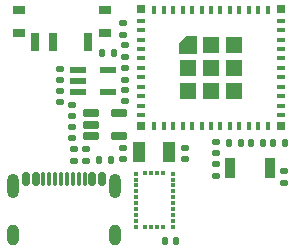
<source format=gtp>
G04 #@! TF.GenerationSoftware,KiCad,Pcbnew,8.0.2*
G04 #@! TF.CreationDate,2024-05-27T23:46:40-07:00*
G04 #@! TF.ProjectId,uSlime,75536c69-6d65-42e6-9b69-6361645f7063,rev?*
G04 #@! TF.SameCoordinates,Original*
G04 #@! TF.FileFunction,Paste,Top*
G04 #@! TF.FilePolarity,Positive*
%FSLAX46Y46*%
G04 Gerber Fmt 4.6, Leading zero omitted, Abs format (unit mm)*
G04 Created by KiCad (PCBNEW 8.0.2) date 2024-05-27 23:46:40*
%MOMM*%
%LPD*%
G01*
G04 APERTURE LIST*
G04 Aperture macros list*
%AMRoundRect*
0 Rectangle with rounded corners*
0 $1 Rounding radius*
0 $2 $3 $4 $5 $6 $7 $8 $9 X,Y pos of 4 corners*
0 Add a 4 corners polygon primitive as box body*
4,1,4,$2,$3,$4,$5,$6,$7,$8,$9,$2,$3,0*
0 Add four circle primitives for the rounded corners*
1,1,$1+$1,$2,$3*
1,1,$1+$1,$4,$5*
1,1,$1+$1,$6,$7*
1,1,$1+$1,$8,$9*
0 Add four rect primitives between the rounded corners*
20,1,$1+$1,$2,$3,$4,$5,0*
20,1,$1+$1,$4,$5,$6,$7,0*
20,1,$1+$1,$6,$7,$8,$9,0*
20,1,$1+$1,$8,$9,$2,$3,0*%
%AMFreePoly0*
4,1,6,0.725000,-0.725000,-0.725000,-0.725000,-0.725000,0.125000,-0.125000,0.725000,0.725000,0.725000,0.725000,-0.725000,0.725000,-0.725000,$1*%
G04 Aperture macros list end*
%ADD10RoundRect,0.147500X0.172500X-0.147500X0.172500X0.147500X-0.172500X0.147500X-0.172500X-0.147500X0*%
%ADD11R,1.050000X1.700000*%
%ADD12RoundRect,0.140000X0.170000X-0.140000X0.170000X0.140000X-0.170000X0.140000X-0.170000X-0.140000X0*%
%ADD13RoundRect,0.135000X0.185000X-0.135000X0.185000X0.135000X-0.185000X0.135000X-0.185000X-0.135000X0*%
%ADD14RoundRect,0.140000X-0.170000X0.140000X-0.170000X-0.140000X0.170000X-0.140000X0.170000X0.140000X0*%
%ADD15RoundRect,0.135000X-0.185000X0.135000X-0.185000X-0.135000X0.185000X-0.135000X0.185000X0.135000X0*%
%ADD16RoundRect,0.150000X-0.150000X-0.425000X0.150000X-0.425000X0.150000X0.425000X-0.150000X0.425000X0*%
%ADD17RoundRect,0.075000X-0.075000X-0.500000X0.075000X-0.500000X0.075000X0.500000X-0.075000X0.500000X0*%
%ADD18O,1.000000X2.100000*%
%ADD19O,1.000000X1.800000*%
%ADD20RoundRect,0.135000X-0.135000X-0.185000X0.135000X-0.185000X0.135000X0.185000X-0.135000X0.185000X0*%
%ADD21RoundRect,0.135000X0.135000X0.185000X-0.135000X0.185000X-0.135000X-0.185000X0.135000X-0.185000X0*%
%ADD22R,0.431800X0.304800*%
%ADD23R,0.304800X0.431800*%
%ADD24RoundRect,0.147500X0.147500X0.172500X-0.147500X0.172500X-0.147500X-0.172500X0.147500X-0.172500X0*%
%ADD25RoundRect,0.140000X0.140000X0.170000X-0.140000X0.170000X-0.140000X-0.170000X0.140000X-0.170000X0*%
%ADD26R,1.320800X0.508000*%
%ADD27R,0.800000X0.400000*%
%ADD28R,0.400000X0.800000*%
%ADD29FreePoly0,0.000000*%
%ADD30R,1.450000X1.450000*%
%ADD31R,0.700000X0.700000*%
%ADD32R,0.700000X1.500000*%
%ADD33R,1.000000X0.800000*%
%ADD34R,0.900000X1.700000*%
%ADD35RoundRect,0.045000X-0.630000X0.255000X-0.630000X-0.255000X0.630000X-0.255000X0.630000X0.255000X0*%
%ADD36RoundRect,0.147500X-0.172500X0.147500X-0.172500X-0.147500X0.172500X-0.147500X0.172500X0.147500X0*%
G04 APERTURE END LIST*
D10*
X106850000Y-99235000D03*
X106850000Y-98265000D03*
D11*
X112525000Y-102300000D03*
X115075000Y-102300000D03*
D12*
X119000000Y-102380000D03*
X119000000Y-101420000D03*
D13*
X111300000Y-94260000D03*
X111300000Y-93240000D03*
D14*
X105800000Y-95220000D03*
X105800000Y-96180000D03*
D12*
X111150000Y-92330000D03*
X111150000Y-91370000D03*
X111162500Y-102860000D03*
X111162500Y-101900000D03*
D15*
X119000000Y-103290000D03*
X119000000Y-104310000D03*
D14*
X106850000Y-100120000D03*
X106850000Y-101080000D03*
D16*
X102950000Y-104570000D03*
X103750000Y-104570000D03*
D17*
X104900000Y-104570000D03*
X105900000Y-104570000D03*
X106400000Y-104570000D03*
X107400000Y-104570000D03*
D16*
X108550000Y-104570000D03*
X109350000Y-104570000D03*
X109350000Y-104570000D03*
X108550000Y-104570000D03*
D17*
X107900000Y-104570000D03*
X106900000Y-104570000D03*
X105400000Y-104570000D03*
X104400000Y-104570000D03*
D16*
X103750000Y-104570000D03*
X102950000Y-104570000D03*
D18*
X101830000Y-105145000D03*
D19*
X101830000Y-109325000D03*
D18*
X110470000Y-105145000D03*
D19*
X110470000Y-109325000D03*
D15*
X108000000Y-101990000D03*
X108000000Y-103010000D03*
D10*
X105800000Y-98035000D03*
X105800000Y-97065000D03*
D12*
X111300000Y-97980000D03*
X111300000Y-97020000D03*
D20*
X109090000Y-102950000D03*
X110110000Y-102950000D03*
D21*
X110360000Y-93900000D03*
X109340000Y-93900000D03*
D22*
X112212500Y-104099999D03*
X112212500Y-104600001D03*
X112212500Y-105100000D03*
X112212500Y-105599999D03*
X112212500Y-106100000D03*
X112212500Y-106600000D03*
X112212500Y-107100001D03*
X112212500Y-107600000D03*
X112212500Y-108099999D03*
X112212500Y-108600001D03*
D23*
X113049999Y-108636000D03*
X113550000Y-108636000D03*
X114050000Y-108636000D03*
X114550001Y-108636000D03*
D22*
X115387500Y-108600001D03*
X115387500Y-108099999D03*
X115387500Y-107600000D03*
X115387500Y-107100001D03*
X115387500Y-106600000D03*
X115387500Y-106100000D03*
X115387500Y-105599999D03*
X115387500Y-105100000D03*
X115387500Y-104600001D03*
X115387500Y-104099999D03*
D23*
X114550001Y-104064000D03*
X114050000Y-104064000D03*
X113550000Y-104064000D03*
X113049999Y-104064000D03*
D24*
X122967500Y-101500000D03*
X121997500Y-101500000D03*
D25*
X115630000Y-109800000D03*
X114670000Y-109800000D03*
D21*
X124892500Y-101500000D03*
X123872500Y-101500000D03*
D15*
X124800000Y-103840000D03*
X124800000Y-104860000D03*
D25*
X121097500Y-101500000D03*
X120137500Y-101500000D03*
D15*
X107000000Y-101990000D03*
X107000000Y-103010000D03*
D26*
X107304600Y-95299999D03*
X107304600Y-96250000D03*
X107304600Y-97200001D03*
X109895400Y-97200001D03*
X109895400Y-95299999D03*
D27*
X112700000Y-91150000D03*
X112700000Y-91950000D03*
X112700000Y-92750000D03*
X112700000Y-93550000D03*
X112700000Y-94350000D03*
X112700000Y-95150000D03*
X112700000Y-95950000D03*
X112700000Y-96750000D03*
X112700000Y-97550000D03*
X112700000Y-98350000D03*
X112700000Y-99150000D03*
D28*
X113800000Y-100050000D03*
X114600000Y-100050000D03*
X115400000Y-100050000D03*
X116200000Y-100050000D03*
X117000000Y-100050000D03*
X117800000Y-100050000D03*
X118600000Y-100050000D03*
X119400000Y-100050000D03*
X120200000Y-100050000D03*
X121000000Y-100050000D03*
X121800000Y-100050000D03*
X122600000Y-100050000D03*
X123400000Y-100050000D03*
D27*
X124500000Y-99150000D03*
X124500000Y-98350000D03*
X124500000Y-97550000D03*
X124500000Y-96750000D03*
X124500000Y-95950000D03*
X124500000Y-95150000D03*
X124500000Y-94350000D03*
X124500000Y-93550000D03*
X124500000Y-92750000D03*
X124500000Y-91950000D03*
X124500000Y-91150000D03*
D28*
X123400000Y-90250000D03*
X122600000Y-90250000D03*
X121800000Y-90250000D03*
X121000000Y-90250000D03*
X120200000Y-90250000D03*
X119400000Y-90250000D03*
X118600000Y-90250000D03*
X117800000Y-90250000D03*
X117000000Y-90250000D03*
X116200000Y-90250000D03*
X115400000Y-90250000D03*
X114600000Y-90250000D03*
X113800000Y-90250000D03*
D29*
X116625000Y-93175000D03*
D30*
X116625000Y-95150000D03*
X116625000Y-97125000D03*
X118600000Y-93175000D03*
X118600000Y-95150000D03*
X118600000Y-97125000D03*
X120575000Y-93175000D03*
X120575000Y-95150000D03*
X120575000Y-97125000D03*
D31*
X124550000Y-90200000D03*
X124550000Y-100100000D03*
X112650000Y-100100000D03*
X112650000Y-90200000D03*
D32*
X105225000Y-92975000D03*
D33*
X109625000Y-92190000D03*
X109625000Y-90260000D03*
X102325000Y-92190000D03*
X102325000Y-90260000D03*
D32*
X103725000Y-92975000D03*
X108225000Y-92975000D03*
D34*
X123600000Y-103650000D03*
X120200000Y-103650000D03*
D35*
X108415000Y-99000000D03*
X108415000Y-99950000D03*
X108415000Y-100900000D03*
X110785000Y-100900000D03*
X110785000Y-99000000D03*
D36*
X111300000Y-95165000D03*
X111300000Y-96135000D03*
D12*
X116425000Y-102880000D03*
X116425000Y-101920000D03*
M02*

</source>
